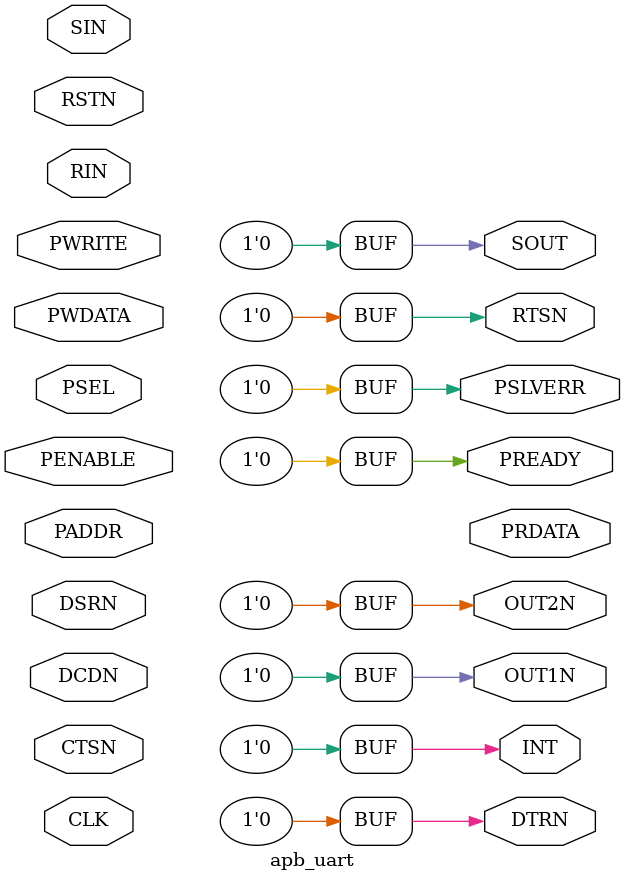
<source format=sv>
module apb_uart (
	input logic CLK,
	input logic RSTN,
	input logic PSEL,
	input logic PENABLE,
	input logic PWRITE,
	input logic [2:0] PADDR,
	input logic [31:0] PWDATA,
	output logic [31:0] PRDATA,
	output logic PREADY,
	output logic PSLVERR,
	output logic INT,
	output logic OUT1N,
	output logic OUT2N,
	output logic RTSN,
	output logic DTRN,
	input logic CTSN,
	input logic DSRN,
	input logic DCDN,
	input logic RIN,
	input logic SIN,
	output logic SOUT
);

	assign PREADY = 0;
	assign PSLVERR = 0;
	assign INT = 0;
	assign OUT1N = 0;
	assign OUT2N = 0;
	assign RTSN = 0;
	assign DTRN = 0;
	assign SOUT = 0;

endmodule

</source>
